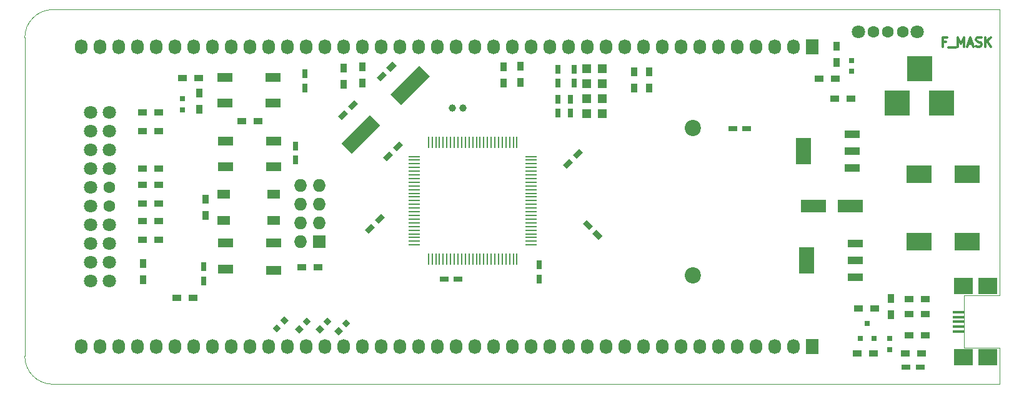
<source format=gts>
G04 #@! TF.FileFunction,Soldermask,Top*
%FSLAX46Y46*%
G04 Gerber Fmt 4.6, Leading zero omitted, Abs format (unit mm)*
G04 Created by KiCad (PCBNEW 4.0.1-stable) date 9/28/2017 1:44:01 PM*
%MOMM*%
G01*
G04 APERTURE LIST*
%ADD10C,0.150000*%
%ADD11C,0.100000*%
%ADD12C,0.300000*%
%ADD13R,2.000000X1.300000*%
%ADD14R,1.800000X1.300000*%
%ADD15R,1.727200X1.727200*%
%ADD16O,1.727200X1.727200*%
%ADD17R,1.500000X0.400000*%
%ADD18R,2.500000X2.200000*%
%ADD19C,1.000760*%
%ADD20C,2.200000*%
%ADD21R,0.750000X1.200000*%
%ADD22R,1.200000X0.750000*%
%ADD23R,3.500120X2.400300*%
%ADD24R,3.500120X3.500120*%
%ADD25R,0.797560X0.797560*%
%ADD26R,3.500120X1.800860*%
%ADD27R,2.032000X3.657600*%
%ADD28R,2.032000X1.016000*%
%ADD29R,1.198880X1.198880*%
%ADD30R,1.727200X2.032000*%
%ADD31O,1.727200X2.032000*%
%ADD32C,1.800000*%
%ADD33C,1.600000*%
%ADD34R,0.800100X0.800100*%
%ADD35R,0.900000X1.200000*%
%ADD36R,1.200000X0.900000*%
%ADD37R,0.280000X1.500000*%
%ADD38R,1.500000X0.280000*%
G04 APERTURE END LIST*
D10*
D11*
X220980000Y-120015000D02*
X220980000Y-81280000D01*
X220980000Y-132080000D02*
X220980000Y-127127000D01*
X216154000Y-127127000D02*
X220980000Y-127127000D01*
X216154000Y-120015000D02*
X216154000Y-127127000D01*
X220980000Y-120015000D02*
X216154000Y-120015000D01*
D12*
X213722857Y-85634286D02*
X213299524Y-85634286D01*
X213299524Y-86299524D02*
X213299524Y-85029524D01*
X213904286Y-85029524D01*
X214085714Y-86420476D02*
X215053333Y-86420476D01*
X215355714Y-86299524D02*
X215355714Y-85029524D01*
X215779047Y-85936667D01*
X216202381Y-85029524D01*
X216202381Y-86299524D01*
X216746667Y-85936667D02*
X217351429Y-85936667D01*
X216625714Y-86299524D02*
X217049048Y-85029524D01*
X217472381Y-86299524D01*
X217835238Y-86239048D02*
X218016666Y-86299524D01*
X218319047Y-86299524D01*
X218440000Y-86239048D01*
X218500476Y-86178571D01*
X218560952Y-86057619D01*
X218560952Y-85936667D01*
X218500476Y-85815714D01*
X218440000Y-85755238D01*
X218319047Y-85694762D01*
X218077143Y-85634286D01*
X217956190Y-85573810D01*
X217895714Y-85513333D01*
X217835238Y-85392381D01*
X217835238Y-85271429D01*
X217895714Y-85150476D01*
X217956190Y-85090000D01*
X218077143Y-85029524D01*
X218379523Y-85029524D01*
X218560952Y-85090000D01*
X219105238Y-86299524D02*
X219105238Y-85029524D01*
X219830952Y-86299524D02*
X219286667Y-85573810D01*
X219830952Y-85029524D02*
X219105238Y-85755238D01*
D11*
X92710000Y-81280000D02*
X218440000Y-81280000D01*
X92710000Y-132080000D02*
X220980000Y-132080000D01*
X88900000Y-85090000D02*
X88900000Y-128270000D01*
X88900000Y-128270000D02*
G75*
G03X92710000Y-132080000I3810000J0D01*
G01*
X92710000Y-81280000D02*
G75*
G03X88900000Y-85090000I0J-3810000D01*
G01*
X218440000Y-81280000D02*
X220980000Y-81280000D01*
D13*
X122630000Y-112931000D03*
X122630000Y-116681000D03*
X116130000Y-112931000D03*
X116130000Y-116431000D03*
D14*
X115880000Y-109827000D03*
X115880000Y-106327000D03*
X122630000Y-106327000D03*
X122630000Y-109827000D03*
D13*
X122630000Y-99088000D03*
X122630000Y-102588000D03*
X116130000Y-102588000D03*
X116130000Y-99088000D03*
X122503000Y-90452000D03*
X122503000Y-93952000D03*
X116003000Y-93952000D03*
X116003000Y-90452000D03*
D15*
X128778000Y-112776000D03*
D16*
X126238000Y-112776000D03*
X128778000Y-110236000D03*
X126238000Y-110236000D03*
X128778000Y-107696000D03*
X126238000Y-107696000D03*
X128778000Y-105156000D03*
X126238000Y-105156000D03*
D17*
X215400000Y-124900000D03*
X215400000Y-124250000D03*
X215400000Y-123600000D03*
X215400000Y-122950000D03*
X215400000Y-122300000D03*
D18*
X216100000Y-128425000D03*
X219400000Y-128425000D03*
X216100000Y-118775000D03*
X219400000Y-118775000D03*
D19*
X146824700Y-94615000D03*
X148323300Y-94615000D03*
D20*
X179451000Y-97348040D03*
X179451000Y-117348000D03*
D21*
X126873000Y-91882000D03*
X126873000Y-89982000D03*
X125603000Y-101661000D03*
X125603000Y-99761000D03*
D10*
G36*
X138752850Y-88300820D02*
X139283180Y-88831150D01*
X138434652Y-89679678D01*
X137904322Y-89149348D01*
X138752850Y-88300820D01*
X138752850Y-88300820D01*
G37*
G36*
X137409348Y-89644322D02*
X137939678Y-90174652D01*
X137091150Y-91023180D01*
X136560820Y-90492850D01*
X137409348Y-89644322D01*
X137409348Y-89644322D01*
G37*
G36*
X133545850Y-93507820D02*
X134076180Y-94038150D01*
X133227652Y-94886678D01*
X132697322Y-94356348D01*
X133545850Y-93507820D01*
X133545850Y-93507820D01*
G37*
G36*
X132202348Y-94851322D02*
X132732678Y-95381652D01*
X131884150Y-96230180D01*
X131353820Y-95699850D01*
X132202348Y-94851322D01*
X132202348Y-94851322D01*
G37*
D22*
X184851000Y-97409000D03*
X186751000Y-97409000D03*
D10*
G36*
X139641850Y-99095820D02*
X140172180Y-99626150D01*
X139323652Y-100474678D01*
X138793322Y-99944348D01*
X139641850Y-99095820D01*
X139641850Y-99095820D01*
G37*
G36*
X138298348Y-100439322D02*
X138828678Y-100969652D01*
X137980150Y-101818180D01*
X137449820Y-101287850D01*
X138298348Y-100439322D01*
X138298348Y-100439322D01*
G37*
D21*
X161163000Y-93411000D03*
X161163000Y-95311000D03*
X162814000Y-93411000D03*
X162814000Y-95311000D03*
D10*
G36*
X167223180Y-111955850D02*
X166692850Y-112486180D01*
X165844322Y-111637652D01*
X166374652Y-111107322D01*
X167223180Y-111955850D01*
X167223180Y-111955850D01*
G37*
G36*
X165879678Y-110612348D02*
X165349348Y-111142678D01*
X164500820Y-110294150D01*
X165031150Y-109763820D01*
X165879678Y-110612348D01*
X165879678Y-110612348D01*
G37*
D22*
X147635000Y-117856000D03*
X145735000Y-117856000D03*
D21*
X158623000Y-115890000D03*
X158623000Y-117790000D03*
X163322000Y-89347000D03*
X163322000Y-91247000D03*
X161163000Y-89347000D03*
X161163000Y-91247000D03*
D10*
G36*
X137165350Y-108938320D02*
X137695680Y-109468650D01*
X136847152Y-110317178D01*
X136316822Y-109786848D01*
X137165350Y-108938320D01*
X137165350Y-108938320D01*
G37*
G36*
X135821848Y-110281822D02*
X136352178Y-110812152D01*
X135503650Y-111660680D01*
X134973320Y-111130350D01*
X135821848Y-110281822D01*
X135821848Y-110281822D01*
G37*
G36*
X164025850Y-100111820D02*
X164556180Y-100642150D01*
X163707652Y-101490678D01*
X163177322Y-100960348D01*
X164025850Y-100111820D01*
X164025850Y-100111820D01*
G37*
G36*
X162682348Y-101455322D02*
X163212678Y-101985652D01*
X162364150Y-102834180D01*
X161833820Y-102303850D01*
X162682348Y-101455322D01*
X162682348Y-101455322D01*
G37*
D22*
X208346000Y-129794000D03*
X210246000Y-129794000D03*
D23*
X210108800Y-103632000D03*
X216611200Y-103632000D03*
X210108800Y-112776000D03*
X216611200Y-112776000D03*
D24*
X207159860Y-93980000D03*
X213159340Y-93980000D03*
X210159600Y-89281000D03*
D25*
X110236000Y-93357700D03*
X110236000Y-94856300D03*
D10*
G36*
X131423165Y-125426795D02*
X130859205Y-124862835D01*
X131423165Y-124298875D01*
X131987125Y-124862835D01*
X131423165Y-125426795D01*
X131423165Y-125426795D01*
G37*
G36*
X132482835Y-124367125D02*
X131918875Y-123803165D01*
X132482835Y-123239205D01*
X133046795Y-123803165D01*
X132482835Y-124367125D01*
X132482835Y-124367125D01*
G37*
G36*
X128883165Y-125172795D02*
X128319205Y-124608835D01*
X128883165Y-124044875D01*
X129447125Y-124608835D01*
X128883165Y-125172795D01*
X128883165Y-125172795D01*
G37*
G36*
X129942835Y-124113125D02*
X129378875Y-123549165D01*
X129942835Y-122985205D01*
X130506795Y-123549165D01*
X129942835Y-124113125D01*
X129942835Y-124113125D01*
G37*
G36*
X126089165Y-125172795D02*
X125525205Y-124608835D01*
X126089165Y-124044875D01*
X126653125Y-124608835D01*
X126089165Y-125172795D01*
X126089165Y-125172795D01*
G37*
G36*
X127148835Y-124113125D02*
X126584875Y-123549165D01*
X127148835Y-122985205D01*
X127712795Y-123549165D01*
X127148835Y-124113125D01*
X127148835Y-124113125D01*
G37*
G36*
X123041165Y-125045795D02*
X122477205Y-124481835D01*
X123041165Y-123917875D01*
X123605125Y-124481835D01*
X123041165Y-125045795D01*
X123041165Y-125045795D01*
G37*
G36*
X124100835Y-123986125D02*
X123536875Y-123422165D01*
X124100835Y-122858205D01*
X124664795Y-123422165D01*
X124100835Y-123986125D01*
X124100835Y-123986125D01*
G37*
D26*
X200746360Y-107950000D03*
X195747640Y-107950000D03*
D25*
X206121000Y-125869700D03*
X206121000Y-127368300D03*
D27*
X194818000Y-115316000D03*
D28*
X201422000Y-115316000D03*
X201422000Y-113030000D03*
X201422000Y-117602000D03*
D27*
X194437000Y-100457000D03*
D28*
X201041000Y-100457000D03*
X201041000Y-98171000D03*
X201041000Y-102743000D03*
D29*
X165066980Y-93345000D03*
X167165020Y-93345000D03*
X165066980Y-95377000D03*
X167165020Y-95377000D03*
X165066980Y-89281000D03*
X167165020Y-89281000D03*
X165066980Y-91313000D03*
X167165020Y-91313000D03*
D30*
X195580000Y-86360000D03*
D31*
X193040000Y-86360000D03*
X190500000Y-86360000D03*
X187960000Y-86360000D03*
X185420000Y-86360000D03*
X182880000Y-86360000D03*
X180340000Y-86360000D03*
X177800000Y-86360000D03*
X175260000Y-86360000D03*
X172720000Y-86360000D03*
X170180000Y-86360000D03*
X167640000Y-86360000D03*
X165100000Y-86360000D03*
X162560000Y-86360000D03*
X160020000Y-86360000D03*
X157480000Y-86360000D03*
X154940000Y-86360000D03*
X152400000Y-86360000D03*
X149860000Y-86360000D03*
X147320000Y-86360000D03*
X144780000Y-86360000D03*
X142240000Y-86360000D03*
X139700000Y-86360000D03*
X137160000Y-86360000D03*
X134620000Y-86360000D03*
X132080000Y-86360000D03*
X129540000Y-86360000D03*
X127000000Y-86360000D03*
X124460000Y-86360000D03*
X121920000Y-86360000D03*
X119380000Y-86360000D03*
X116840000Y-86360000D03*
X114300000Y-86360000D03*
X111760000Y-86360000D03*
X109220000Y-86360000D03*
X106680000Y-86360000D03*
X104140000Y-86360000D03*
X101600000Y-86360000D03*
X99060000Y-86360000D03*
X96520000Y-86360000D03*
D32*
X100330000Y-118110000D03*
X97790000Y-118110000D03*
X100330000Y-115570000D03*
X97790000Y-115570000D03*
X100330000Y-113030000D03*
X97790000Y-113030000D03*
X100330000Y-110490000D03*
X97790000Y-110490000D03*
D33*
X100330000Y-107950000D03*
D32*
X97790000Y-107950000D03*
D33*
X100330000Y-105410000D03*
D32*
X97790000Y-105410000D03*
X100330000Y-102870000D03*
X97790000Y-102870000D03*
X100330000Y-100330000D03*
X97790000Y-100330000D03*
X100330000Y-97790000D03*
X97790000Y-97790000D03*
X100330000Y-95250000D03*
X97790000Y-95250000D03*
D30*
X195580000Y-127000000D03*
D31*
X193040000Y-127000000D03*
X190500000Y-127000000D03*
X187960000Y-127000000D03*
X185420000Y-127000000D03*
X182880000Y-127000000D03*
X180340000Y-127000000D03*
X177800000Y-127000000D03*
X175260000Y-127000000D03*
X172720000Y-127000000D03*
X170180000Y-127000000D03*
X167640000Y-127000000D03*
X165100000Y-127000000D03*
X162560000Y-127000000D03*
X160020000Y-127000000D03*
X157480000Y-127000000D03*
X154940000Y-127000000D03*
X152400000Y-127000000D03*
X149860000Y-127000000D03*
X147320000Y-127000000D03*
X144780000Y-127000000D03*
X142240000Y-127000000D03*
X139700000Y-127000000D03*
X137160000Y-127000000D03*
X134620000Y-127000000D03*
X132080000Y-127000000D03*
X129540000Y-127000000D03*
X127000000Y-127000000D03*
X124460000Y-127000000D03*
X121920000Y-127000000D03*
X119380000Y-127000000D03*
X116840000Y-127000000D03*
X114300000Y-127000000D03*
X111760000Y-127000000D03*
X109220000Y-127000000D03*
X106680000Y-127000000D03*
X104140000Y-127000000D03*
X101600000Y-127000000D03*
X99060000Y-127000000D03*
X96520000Y-127000000D03*
D34*
X202123000Y-125841760D03*
X204023000Y-125841760D03*
X203073000Y-123842780D03*
D35*
X112522000Y-94826000D03*
X112522000Y-92626000D03*
D36*
X112479000Y-90551000D03*
X110279000Y-90551000D03*
D35*
X104902000Y-115740000D03*
X104902000Y-117940000D03*
D36*
X104818000Y-112522000D03*
X107018000Y-112522000D03*
X104818000Y-109982000D03*
X107018000Y-109982000D03*
X104818000Y-107569000D03*
X107018000Y-107569000D03*
X104818000Y-105029000D03*
X107018000Y-105029000D03*
X104818000Y-102870000D03*
X107018000Y-102870000D03*
X104818000Y-97790000D03*
X107018000Y-97790000D03*
X104818000Y-95250000D03*
X107018000Y-95250000D03*
X120480000Y-96393000D03*
X118280000Y-96393000D03*
D35*
X132080000Y-89197000D03*
X132080000Y-91397000D03*
X134620000Y-89070000D03*
X134620000Y-91270000D03*
X153797000Y-89070000D03*
X153797000Y-91270000D03*
X156083000Y-88943000D03*
X156083000Y-91143000D03*
X171450000Y-89705000D03*
X171450000Y-91905000D03*
X173482000Y-89705000D03*
X173482000Y-91905000D03*
D36*
X196512000Y-90678000D03*
X198712000Y-90678000D03*
X210904000Y-125476000D03*
X208704000Y-125476000D03*
D35*
X198882000Y-86276000D03*
X198882000Y-88476000D03*
D36*
X208704000Y-122555000D03*
X210904000Y-122555000D03*
X208704000Y-120523000D03*
X210904000Y-120523000D03*
X128608000Y-116205000D03*
X126408000Y-116205000D03*
D35*
X206248000Y-120439000D03*
X206248000Y-122639000D03*
D36*
X210396000Y-127889000D03*
X208196000Y-127889000D03*
D35*
X113411000Y-109177000D03*
X113411000Y-106977000D03*
D36*
X201846000Y-121793000D03*
X204046000Y-121793000D03*
X203919000Y-127889000D03*
X201719000Y-127889000D03*
X198671000Y-93345000D03*
X200871000Y-93345000D03*
D33*
X207867000Y-84328000D03*
X205867000Y-84328000D03*
X203867000Y-84328000D03*
D32*
X201867000Y-84328000D03*
X209867000Y-84328000D03*
D37*
X155606000Y-99288000D03*
X155106000Y-99288000D03*
X154606000Y-99288000D03*
X154106000Y-99288000D03*
X153606000Y-99288000D03*
X153106000Y-99288000D03*
X152606000Y-99288000D03*
X152106000Y-99288000D03*
X151606000Y-99288000D03*
X151106000Y-99288000D03*
X150606000Y-99288000D03*
X150106000Y-99288000D03*
X149606000Y-99288000D03*
X149106000Y-99288000D03*
X148606000Y-99288000D03*
X148106000Y-99288000D03*
X147606000Y-99288000D03*
X147106000Y-99288000D03*
X146606000Y-99288000D03*
X146106000Y-99288000D03*
X145606000Y-99288000D03*
X145106000Y-99288000D03*
X144606000Y-99288000D03*
X144106000Y-99288000D03*
X143606000Y-99288000D03*
D38*
X141706000Y-101188000D03*
X141706000Y-101688000D03*
X141706000Y-102188000D03*
X141706000Y-102688000D03*
X141706000Y-103188000D03*
X141706000Y-103688000D03*
X141706000Y-104188000D03*
X141706000Y-104688000D03*
X141706000Y-105188000D03*
X141706000Y-105688000D03*
X141706000Y-106188000D03*
X141706000Y-106688000D03*
X141706000Y-107188000D03*
X141706000Y-107688000D03*
X141706000Y-108188000D03*
X141706000Y-108688000D03*
X141706000Y-109188000D03*
X141706000Y-109688000D03*
X141706000Y-110188000D03*
X141706000Y-110688000D03*
X141706000Y-111188000D03*
X141706000Y-111688000D03*
X141706000Y-112188000D03*
X141706000Y-112688000D03*
X141706000Y-113188000D03*
D37*
X143606000Y-115088000D03*
X144106000Y-115088000D03*
X144606000Y-115088000D03*
X145106000Y-115088000D03*
X145606000Y-115088000D03*
X146106000Y-115088000D03*
X146606000Y-115088000D03*
X147106000Y-115088000D03*
X147606000Y-115088000D03*
X148106000Y-115088000D03*
X148606000Y-115088000D03*
X149106000Y-115088000D03*
X149606000Y-115088000D03*
X150106000Y-115088000D03*
X150606000Y-115088000D03*
X151106000Y-115088000D03*
X151606000Y-115088000D03*
X152106000Y-115088000D03*
X152606000Y-115088000D03*
X153106000Y-115088000D03*
X153606000Y-115088000D03*
X154106000Y-115088000D03*
X154606000Y-115088000D03*
X155106000Y-115088000D03*
X155606000Y-115088000D03*
D38*
X157506000Y-113188000D03*
X157506000Y-112688000D03*
X157506000Y-112188000D03*
X157506000Y-111688000D03*
X157506000Y-111188000D03*
X157506000Y-110688000D03*
X157506000Y-110188000D03*
X157506000Y-109688000D03*
X157506000Y-109188000D03*
X157506000Y-108688000D03*
X157506000Y-108188000D03*
X157506000Y-107688000D03*
X157506000Y-107188000D03*
X157506000Y-106688000D03*
X157506000Y-106188000D03*
X157506000Y-105688000D03*
X157506000Y-105188000D03*
X157506000Y-104688000D03*
X157506000Y-104188000D03*
X157506000Y-103688000D03*
X157506000Y-103188000D03*
X157506000Y-102688000D03*
X157506000Y-102188000D03*
X157506000Y-101688000D03*
X157506000Y-101188000D03*
D10*
G36*
X142355174Y-88895333D02*
X143768667Y-90308826D01*
X139880216Y-94197277D01*
X138466723Y-92783784D01*
X142355174Y-88895333D01*
X142355174Y-88895333D01*
G37*
G36*
X135709784Y-95540723D02*
X137123277Y-96954216D01*
X133234826Y-100842667D01*
X131821333Y-99429174D01*
X135709784Y-95540723D01*
X135709784Y-95540723D01*
G37*
D25*
X200914000Y-88150700D03*
X200914000Y-89649300D03*
D21*
X113157000Y-116144000D03*
X113157000Y-118044000D03*
D36*
X111717000Y-120396000D03*
X109517000Y-120396000D03*
M02*

</source>
